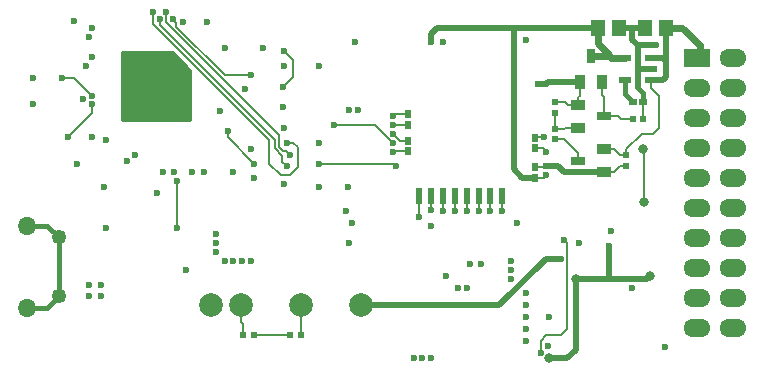
<source format=gbl>
G04 #@! TF.FileFunction,Copper,L4,Bot,Signal*
%FSLAX46Y46*%
G04 Gerber Fmt 4.6, Leading zero omitted, Abs format (unit mm)*
G04 Created by KiCad (PCBNEW (after 2015-mar-04 BZR unknown)-product) date Tue 07 Apr 2015 10:15:23 PM EDT*
%MOMM*%
G01*
G04 APERTURE LIST*
%ADD10C,0.100000*%
%ADD11R,0.600000X1.450000*%
%ADD12R,2.286000X1.524000*%
%ADD13O,2.286000X1.524000*%
%ADD14C,2.000000*%
%ADD15C,0.800000*%
%ADD16O,1.550000X1.550000*%
%ADD17O,1.250000X1.250000*%
%ADD18R,0.600000X0.650000*%
%ADD19R,1.150000X1.450000*%
%ADD20R,0.650000X0.600000*%
%ADD21R,0.900000X1.300000*%
%ADD22R,0.800000X1.300000*%
%ADD23R,1.300000X0.900000*%
%ADD24R,1.300000X0.800000*%
%ADD25R,0.600000X0.600000*%
%ADD26R,1.100000X0.600000*%
%ADD27C,0.600000*%
%ADD28C,0.200000*%
%ADD29C,0.400000*%
%ADD30C,0.500000*%
%ADD31C,0.600000*%
%ADD32C,0.300000*%
G04 APERTURE END LIST*
D10*
D11*
X134500000Y-104250000D03*
X135500000Y-104250000D03*
X136500000Y-104250000D03*
X137500000Y-104250000D03*
X138500000Y-104250000D03*
X139500000Y-104250000D03*
X140500000Y-104250000D03*
X141500000Y-104250000D03*
D12*
X157976000Y-92570000D03*
D13*
X157976000Y-95110000D03*
X157976000Y-97650000D03*
X157976000Y-100190000D03*
X157976000Y-102730000D03*
X157976000Y-105270000D03*
X157976000Y-107810000D03*
X157976000Y-110350000D03*
X157976000Y-112890000D03*
X157976000Y-115430000D03*
X161024000Y-92570000D03*
X161024000Y-95110000D03*
X161024000Y-97650000D03*
X161024000Y-100190000D03*
X161024000Y-102730000D03*
X161024000Y-105270000D03*
X161024000Y-107810000D03*
X161024000Y-110350000D03*
X161024000Y-112890000D03*
X161024000Y-115430000D03*
D14*
X116880000Y-113500000D03*
X119420000Y-113500000D03*
X124500000Y-113500000D03*
X129580000Y-113500000D03*
D15*
X110750000Y-96500000D03*
X110750000Y-93500000D03*
X113750000Y-93500000D03*
X113750000Y-96500000D03*
D16*
X101300000Y-106750000D03*
X101300000Y-113750000D03*
D17*
X104000000Y-107750000D03*
X104000000Y-112750000D03*
D18*
X144250000Y-100200000D03*
X144250000Y-99300000D03*
X144250000Y-102700000D03*
X144250000Y-101800000D03*
X133500000Y-100450000D03*
X133500000Y-99550000D03*
X133500000Y-98200000D03*
X133500000Y-97300000D03*
D19*
X155400000Y-90000000D03*
X153600000Y-90000000D03*
X149600000Y-90000000D03*
X151400000Y-90000000D03*
D20*
X152550000Y-96250000D03*
X153450000Y-96250000D03*
D21*
X149950000Y-94600000D03*
X148050000Y-94600000D03*
D22*
X149000000Y-92400000D03*
D23*
X147900000Y-98450000D03*
X147900000Y-96550000D03*
D24*
X150100000Y-97500000D03*
D23*
X150100000Y-100300000D03*
X150100000Y-102200000D03*
D24*
X147900000Y-101250000D03*
D25*
X146000000Y-96300000D03*
X146000000Y-97200000D03*
X146000000Y-98550000D03*
X146000000Y-99450000D03*
X152550000Y-97750000D03*
X153450000Y-97750000D03*
X152000000Y-100800000D03*
X152000000Y-101700000D03*
D26*
X154100000Y-92550000D03*
X154100000Y-94450000D03*
X154100000Y-93500000D03*
X151900000Y-94450000D03*
X151900000Y-92550000D03*
D25*
X119550000Y-116000000D03*
X120450000Y-116000000D03*
X123550000Y-116000000D03*
X124450000Y-116000000D03*
D27*
X114000000Y-107000000D03*
X114000000Y-103000000D03*
X105500000Y-101500000D03*
X108000000Y-99500000D03*
X110424008Y-100784018D03*
X113750000Y-102250000D03*
X116250000Y-102250000D03*
X117250000Y-107500000D03*
X117250000Y-108250000D03*
X117250000Y-109000000D03*
X114750000Y-110500000D03*
X106500000Y-111750000D03*
X107500000Y-111750000D03*
X106500000Y-112750000D03*
X107500000Y-112750000D03*
X108000000Y-107000000D03*
X112250000Y-104000000D03*
X107750000Y-103500000D03*
X123000000Y-93250000D03*
X122939990Y-96750000D03*
X120250000Y-100250000D03*
X123000000Y-103250000D03*
X101750000Y-96500000D03*
X101750000Y-94250000D03*
X105222546Y-89472546D03*
X106810010Y-92500000D03*
X116500000Y-89500000D03*
X119728503Y-95230155D03*
X106000000Y-96000000D03*
X106250000Y-93250000D03*
X118000444Y-91750889D03*
X109750000Y-101250000D03*
X106750000Y-90000000D03*
X112750000Y-102250000D03*
X118750000Y-102250000D03*
X120250000Y-109750000D03*
X119500000Y-109750000D03*
X118750000Y-109750000D03*
X118000000Y-109750000D03*
X121250000Y-91750000D03*
X123000000Y-98500000D03*
X120500000Y-102750000D03*
X117592303Y-97026372D03*
X114500000Y-89500000D03*
X106500000Y-90750000D03*
X115250000Y-102250000D03*
X106750000Y-99250000D03*
X113620011Y-89288591D03*
X120250000Y-94000000D03*
X122939990Y-95000000D03*
X123000000Y-92000000D03*
X118250000Y-98750000D03*
X120500000Y-101500000D03*
X132500000Y-101750000D03*
X126000000Y-101500000D03*
X144750000Y-117500000D03*
X146750000Y-108000000D03*
D15*
X153500000Y-104750000D03*
X153465631Y-100251636D03*
D27*
X150560010Y-108500000D03*
D15*
X154000000Y-111000000D03*
X147750000Y-111250000D03*
X145500000Y-118000000D03*
D27*
X106750000Y-95739997D03*
X104250000Y-94250000D03*
X106750000Y-96500000D03*
X104770986Y-99229014D03*
X142250000Y-109750000D03*
X142250000Y-110500000D03*
X142250000Y-111250000D03*
X132250000Y-100510003D03*
X132249210Y-98214195D03*
X136750000Y-111000000D03*
X145250000Y-100500000D03*
X128500000Y-108250000D03*
X145239990Y-94750000D03*
X144500000Y-94750000D03*
X129260003Y-97000000D03*
X128439990Y-103500000D03*
X129000000Y-91250000D03*
X152500000Y-112000000D03*
X150750000Y-107250000D03*
X135439980Y-106750000D03*
X155250000Y-117000000D03*
X137750000Y-112000000D03*
X138500000Y-112000000D03*
X134000000Y-118000000D03*
X134750000Y-118000000D03*
X135500000Y-118000000D03*
X154500000Y-91500000D03*
X153750000Y-91500000D03*
X152970698Y-91470698D03*
X126000000Y-99750000D03*
X132265985Y-98974012D03*
X132250050Y-97454194D03*
X138750000Y-110000000D03*
X145250000Y-101739997D03*
X145000000Y-99250000D03*
X143500000Y-91000000D03*
X136500000Y-91250000D03*
X126000000Y-93250000D03*
X128500000Y-97000000D03*
X126000000Y-103500000D03*
X128250000Y-105500000D03*
X128750000Y-106500000D03*
X142750000Y-106500000D03*
X139750000Y-110000000D03*
X145500000Y-114500000D03*
X145407697Y-116973628D03*
X148000000Y-108250000D03*
X143500000Y-112500000D03*
X143500000Y-113500000D03*
X143500000Y-114500000D03*
X143500000Y-115500000D03*
X143500000Y-116500000D03*
X144500000Y-90000000D03*
X145172430Y-90000000D03*
X145250000Y-102500000D03*
X142500000Y-91000000D03*
X135500000Y-91250000D03*
X127250000Y-98250000D03*
X132250000Y-99750000D03*
X123500000Y-100750000D03*
X113037403Y-88712597D03*
X123250000Y-101750000D03*
X112500000Y-89250000D03*
X123250000Y-99750000D03*
X111962597Y-88712597D03*
X145770986Y-109560010D03*
X146439990Y-109560010D03*
X134500000Y-106000000D03*
X135500000Y-105439990D03*
X136500000Y-105500000D03*
X137500000Y-105500000D03*
X138500000Y-105500000D03*
X139500000Y-105500000D03*
X140500000Y-105500000D03*
X141500000Y-105500000D03*
D28*
X114000000Y-107000000D02*
X114000000Y-103000000D01*
X119420000Y-113500000D02*
X119420000Y-114920000D01*
X119550000Y-115050000D02*
X119550000Y-116000000D01*
X119420000Y-114920000D02*
X119550000Y-115050000D01*
D29*
X103000000Y-113750000D02*
X104000000Y-112750000D01*
X101300000Y-113750000D02*
X103000000Y-113750000D01*
X103000000Y-106750000D02*
X104000000Y-107750000D01*
X101300000Y-106750000D02*
X103000000Y-106750000D01*
X104000000Y-107750000D02*
X104000000Y-112750000D01*
X151900000Y-95600000D02*
X151900000Y-94450000D01*
X152550000Y-96250000D02*
X151900000Y-95600000D01*
D28*
X113920010Y-89901749D02*
X118018261Y-94000000D01*
X113620011Y-89288591D02*
X113920010Y-89588590D01*
X113920010Y-89588590D02*
X113920010Y-89901749D01*
X118018261Y-94000000D02*
X119684315Y-94000000D01*
X119684315Y-94000000D02*
X120250000Y-94000000D01*
X123750000Y-94189990D02*
X122939990Y-95000000D01*
X123750000Y-92750000D02*
X123750000Y-94189990D01*
X123000000Y-92000000D02*
X123750000Y-92750000D01*
X118250000Y-99250000D02*
X120500000Y-101500000D01*
X118250000Y-98750000D02*
X118250000Y-99250000D01*
X132250000Y-101500000D02*
X132500000Y-101750000D01*
X126000000Y-101500000D02*
X132250000Y-101500000D01*
X144750000Y-116500000D02*
X145250000Y-116000000D01*
X144750000Y-117500000D02*
X144750000Y-116500000D01*
X145250000Y-116000000D02*
X146500000Y-116000000D01*
X146500000Y-116000000D02*
X147000000Y-115500000D01*
X147000000Y-108250000D02*
X146750000Y-108000000D01*
X147000000Y-115500000D02*
X147000000Y-108250000D01*
X153500000Y-100286005D02*
X153465631Y-100251636D01*
X153500000Y-104750000D02*
X153500000Y-100286005D01*
D30*
X147750000Y-111250000D02*
X150542862Y-111250000D01*
X150560010Y-111232852D02*
X150542862Y-111250000D01*
X150542862Y-111250000D02*
X153750000Y-111250000D01*
X150560010Y-108500000D02*
X150560010Y-111232852D01*
X153750000Y-111250000D02*
X154000000Y-111000000D01*
X145500000Y-118000000D02*
X147000000Y-118000000D01*
X147750000Y-117250000D02*
X147750000Y-111250000D01*
X147000000Y-118000000D02*
X147750000Y-117250000D01*
D28*
X105260003Y-94250000D02*
X104250000Y-94250000D01*
X106750000Y-95739997D02*
X105260003Y-94250000D01*
X106750000Y-97250000D02*
X104770986Y-99229014D01*
X106750000Y-96500000D02*
X106750000Y-97250000D01*
X146000000Y-96300000D02*
X146800000Y-96300000D01*
X147050000Y-96550000D02*
X147900000Y-96550000D01*
X146800000Y-96300000D02*
X147050000Y-96550000D01*
X148050000Y-95750000D02*
X148050000Y-94600000D01*
X147900000Y-95900000D02*
X148050000Y-95750000D01*
X147900000Y-96550000D02*
X147900000Y-95900000D01*
X132310003Y-100450000D02*
X132250000Y-100510003D01*
X133500000Y-100450000D02*
X132310003Y-100450000D01*
X132263405Y-98200000D02*
X132249210Y-98214195D01*
X133500000Y-98200000D02*
X132263405Y-98200000D01*
X144950000Y-100200000D02*
X145250000Y-100500000D01*
X144250000Y-100200000D02*
X144950000Y-100200000D01*
D30*
X145389990Y-94600000D02*
X145239990Y-94750000D01*
X148050000Y-94600000D02*
X145389990Y-94600000D01*
X145239990Y-94750000D02*
X144500000Y-94750000D01*
D28*
X128439990Y-103500000D02*
X128500000Y-103500000D01*
D30*
X152970698Y-95070698D02*
X152970698Y-93487809D01*
X152970698Y-93487809D02*
X152970698Y-91470698D01*
X152982889Y-93500000D02*
X152970698Y-93487809D01*
X154100000Y-93500000D02*
X152982889Y-93500000D01*
X153750000Y-91500000D02*
X154500000Y-91500000D01*
X152970698Y-91470698D02*
X153720698Y-91470698D01*
X153720698Y-91470698D02*
X153750000Y-91500000D01*
D28*
X151450000Y-101700000D02*
X152000000Y-101700000D01*
X150950000Y-102200000D02*
X151450000Y-101700000D01*
X150100000Y-102200000D02*
X150950000Y-102200000D01*
X153450000Y-97750000D02*
X153450000Y-96250000D01*
D29*
X153450000Y-95550000D02*
X152970698Y-95070698D01*
X153450000Y-96250000D02*
X153450000Y-95550000D01*
D28*
X132841973Y-99550000D02*
X133500000Y-99550000D01*
X132265985Y-98974012D02*
X132841973Y-99550000D01*
X132404244Y-97300000D02*
X132250050Y-97454194D01*
X133500000Y-97300000D02*
X132404244Y-97300000D01*
X145189997Y-101800000D02*
X145250000Y-101739997D01*
X144250000Y-101800000D02*
X145189997Y-101800000D01*
X144300000Y-99250000D02*
X144250000Y-99300000D01*
X145000000Y-99250000D02*
X144300000Y-99250000D01*
X124500000Y-113500000D02*
X124500000Y-115250000D01*
X124450000Y-115300000D02*
X124450000Y-116000000D01*
X124500000Y-115250000D02*
X124450000Y-115300000D01*
D30*
X150100000Y-102200000D02*
X146700000Y-102200000D01*
X146239997Y-101739997D02*
X145250000Y-101739997D01*
X146700000Y-102200000D02*
X146239997Y-101739997D01*
X152501604Y-91001604D02*
X152501604Y-90000000D01*
X152501604Y-90000000D02*
X151400000Y-90000000D01*
X152970698Y-91470698D02*
X152501604Y-91001604D01*
X153600000Y-90000000D02*
X152501604Y-90000000D01*
X149600000Y-90000000D02*
X145172430Y-90000000D01*
X145172430Y-90000000D02*
X142495652Y-90000000D01*
D31*
X149000000Y-92400000D02*
X150650000Y-92400000D01*
X150650000Y-92450000D02*
X150750000Y-92550000D01*
X150750000Y-92550000D02*
X151900000Y-92550000D01*
X150650000Y-92400000D02*
X150650000Y-92450000D01*
X150650000Y-92375000D02*
X150650000Y-92400000D01*
X149600000Y-91325000D02*
X150650000Y-92375000D01*
X149600000Y-90000000D02*
X149600000Y-91325000D01*
D28*
X145050000Y-102700000D02*
X145250000Y-102500000D01*
X144250000Y-102700000D02*
X145050000Y-102700000D01*
D30*
X135500000Y-90500000D02*
X135500000Y-91250000D01*
X136000000Y-90000000D02*
X135500000Y-90500000D01*
X142500000Y-90004348D02*
X142495652Y-90000000D01*
X142500000Y-91000000D02*
X142500000Y-90004348D01*
X142495652Y-90000000D02*
X136000000Y-90000000D01*
X142500000Y-91000000D02*
X142500000Y-102000000D01*
X143200000Y-102700000D02*
X144250000Y-102700000D01*
X142500000Y-102000000D02*
X143200000Y-102700000D01*
D28*
X130750000Y-98250000D02*
X131000000Y-98500000D01*
X127250000Y-98250000D02*
X130750000Y-98250000D01*
X131000000Y-98500000D02*
X132250000Y-99750000D01*
X113037403Y-88712597D02*
X113060001Y-88735195D01*
X113060001Y-88735195D02*
X113060001Y-89550870D01*
X113060001Y-89550870D02*
X122589999Y-99080868D01*
X122589999Y-99080868D02*
X122589999Y-100066801D01*
X122589999Y-100066801D02*
X122952652Y-100429454D01*
X122952652Y-100429454D02*
X123179454Y-100429454D01*
X123179454Y-100429454D02*
X123500000Y-100750000D01*
X112500000Y-89250000D02*
X112500000Y-89750000D01*
X122229989Y-99479989D02*
X122229989Y-100215922D01*
X112500000Y-89750000D02*
X122229989Y-99479989D01*
X122229989Y-100215922D02*
X122850001Y-100835934D01*
X122850001Y-100835934D02*
X122850001Y-101350001D01*
X122850001Y-101350001D02*
X123250000Y-101750000D01*
X123815685Y-99750000D02*
X123250000Y-99750000D01*
X111939999Y-89699129D02*
X121750000Y-99509130D01*
X111962597Y-88712597D02*
X111939999Y-88735195D01*
X124182428Y-101817572D02*
X124182428Y-100116743D01*
X123500000Y-102500000D02*
X124182428Y-101817572D01*
X111939999Y-88735195D02*
X111939999Y-89699129D01*
X121750000Y-99509130D02*
X121750000Y-101500000D01*
X121750000Y-101500000D02*
X122750000Y-102500000D01*
X122750000Y-102500000D02*
X123500000Y-102500000D01*
X124182428Y-100116743D02*
X123815685Y-99750000D01*
D30*
X155400000Y-92800000D02*
X155400000Y-90000000D01*
D28*
X152000000Y-100300000D02*
X153300000Y-99000000D01*
X152000000Y-100800000D02*
X152000000Y-100300000D01*
X153300000Y-99000000D02*
X154250000Y-99000000D01*
X154250000Y-99000000D02*
X154750000Y-98500000D01*
X154750000Y-98500000D02*
X154750000Y-95750000D01*
X154100000Y-95100000D02*
X154100000Y-94450000D01*
X154750000Y-95750000D02*
X154100000Y-95100000D01*
X151450000Y-100800000D02*
X152000000Y-100800000D01*
X150950000Y-100300000D02*
X151450000Y-100800000D01*
X150100000Y-100300000D02*
X150950000Y-100300000D01*
D31*
X156750000Y-90000000D02*
X155400000Y-90000000D01*
X158230000Y-91480000D02*
X156750000Y-90000000D01*
X158230000Y-92570000D02*
X158230000Y-91480000D01*
D30*
X155150000Y-94450000D02*
X154100000Y-94450000D01*
X155400000Y-94200000D02*
X155150000Y-94450000D01*
X155400000Y-92800000D02*
X155400000Y-94200000D01*
X155150000Y-92550000D02*
X155400000Y-92800000D01*
X154100000Y-92550000D02*
X155150000Y-92550000D01*
D28*
X150100000Y-97500000D02*
X150100000Y-95850000D01*
X149950000Y-95700000D02*
X149950000Y-94600000D01*
X150100000Y-95850000D02*
X149950000Y-95700000D01*
X152550000Y-97750000D02*
X151550000Y-97750000D01*
X151300000Y-97500000D02*
X150100000Y-97500000D01*
X151550000Y-97750000D02*
X151300000Y-97500000D01*
X146000000Y-98550000D02*
X146700000Y-98550000D01*
X146800000Y-98450000D02*
X147900000Y-98450000D01*
X146700000Y-98550000D02*
X146800000Y-98450000D01*
X146000000Y-98550000D02*
X146000000Y-97200000D01*
X146500000Y-99450000D02*
X146000000Y-99450000D01*
X146700000Y-99450000D02*
X146500000Y-99450000D01*
X147900000Y-100650000D02*
X146700000Y-99450000D01*
X147900000Y-101250000D02*
X147900000Y-100650000D01*
D30*
X146439990Y-109560010D02*
X145189990Y-109560010D01*
X145189990Y-109560010D02*
X141250000Y-113500000D01*
X141250000Y-113500000D02*
X129580000Y-113500000D01*
D28*
X120450000Y-116000000D02*
X123550000Y-116000000D01*
X134500000Y-106000000D02*
X134500000Y-104250000D01*
X134500000Y-104250000D02*
X134500000Y-104675000D01*
X135500000Y-105439990D02*
X135500000Y-104250000D01*
X135500000Y-104250000D02*
X135500000Y-104675000D01*
X136500000Y-105500000D02*
X136500000Y-104250000D01*
X137500000Y-105500000D02*
X137500000Y-104250000D01*
X138500000Y-105500000D02*
X138500000Y-104250000D01*
X139500000Y-105500000D02*
X139500000Y-104250000D01*
X140500000Y-105500000D02*
X140500000Y-104250000D01*
X141500000Y-105500000D02*
X141500000Y-104250000D01*
D32*
G36*
X115100000Y-97850000D02*
X109400000Y-97850000D01*
X109400000Y-92150000D01*
X113613052Y-92150000D01*
X115100000Y-93636947D01*
X115100000Y-97850000D01*
X115100000Y-97850000D01*
G37*
X115100000Y-97850000D02*
X109400000Y-97850000D01*
X109400000Y-92150000D01*
X113613052Y-92150000D01*
X115100000Y-93636947D01*
X115100000Y-97850000D01*
M02*

</source>
